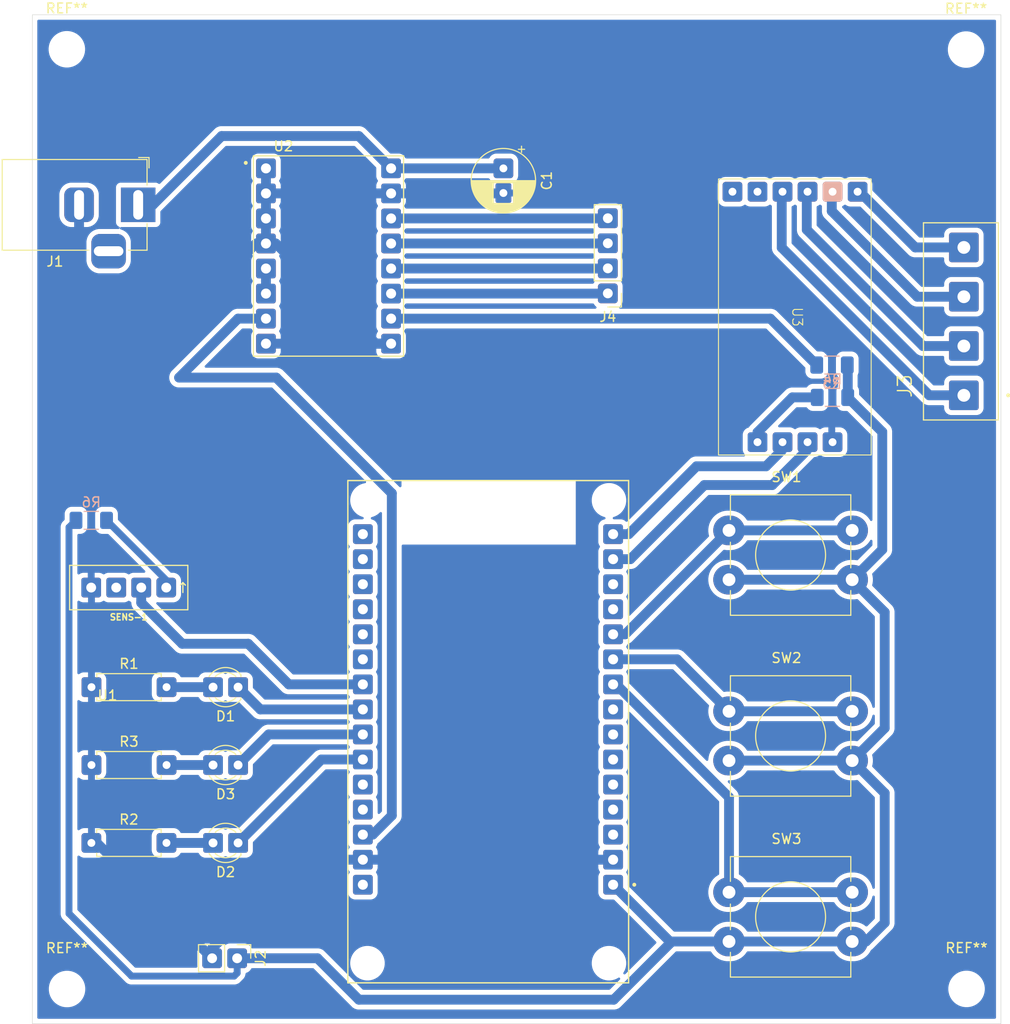
<source format=kicad_pcb>
(kicad_pcb (version 20241229) (generator "pcbnew") (generator_version "9.0")
  (layers (0 "F.Cu" signal) (2 "B.Cu" signal) (13 "F.Paste" user) (15 "B.Paste" user) (5 "F.SilkS" user "F.Silkscreen") (7 "B.SilkS" user "B.Silkscreen") (1 "F.Mask" user) (3 "B.Mask" user) (25 "Edge.Cuts" user))
  (net 0 "")
  (net 1 "/VMOT")
  (net 2 "GND")
  (net 3 "Net-(D1-A)")
  (net 4 "Net-(D2-A)")
  (net 5 "Net-(D3-A)")
  (net 6 "/VDD")
  (net 7 "Net-(U3-E-)")
  (net 8 "Net-(U3-E+)")
  (net 9 "Net-(U3-A-)")
  (net 10 "Net-(U3-A+)")
  (net 11 "/1B")
  (net 12 "/2B")
  (net 13 "/1A")
  (net 14 "/2A")
  (net 15 "/LED1")
  (net 16 "/LED2")
  (net 17 "/LED3")
  (net 18 "Net-(SENS-1-DAT)")
  (net 19 "/ZERO")
  (net 20 "/CAL")
  (net 21 "/MAN")
  (net 22 "/SCK")
  (net 32 "/DT")
  (net 36 "/STEP")
  (net 42 "Net-(U2-~{RESET})")
  (net 45 "Net-(U3-VCC)")
  (net 46 "Net-(U2-VDD)")
  (net 47 "Net-(SENS-1-VCC)")
  (footprint "Button_Switch_THT:SW_PUSH-12mm" (layer "F.Cu") (at 169.1 119)
    (property "Reference" "SW3" (at 5.83 -5.41 0) (layer "F.SilkS"))
    (property "Value" "SW_Push")
    (pad "1" thru_hole oval (at 0 0) (size 3.2 3) (drill 1.3) (layers "*.Cu" "*.Mask") (net 21 "/MAN"))
    (pad "1" thru_hole oval (at 12.5 0) (size 3.2 3) (drill 1.3) (layers "*.Cu" "*.Mask") (net 21 "/MAN"))
    (pad "2" thru_hole oval (at 0 5) (size 3.2 3) (drill 1.3) (layers "*.Cu" "*.Mask") (net 6 "/VDD"))
    (pad "2" thru_hole oval (at 12.5 5) (size 3.2 3) (drill 1.3) (layers "*.Cu" "*.Mask") (net 6 "/VDD"))
  )
  (footprint "MountingHole:MountingHole_3.2mm_M3" (layer "F.Cu") (at 193.16 33.528)
    (property "Reference" "REF**" (at 0 -4.15 0) (layer "F.SilkS"))
    (property "Value" "MountingHole_3.2mm_M3")
    (pad "" np_thru_hole circle (at 0 0) (size 3.2 3.2) (drill 3.2) (layers "*.Cu" "*.Mask"))
  )
  (footprint "LED_THT:LED_D3.0mm" (layer "F.Cu") (at 119.27 106.1 180)
    (property "Reference" "D3" (at 1.27 -2.96 0) (layer "F.SilkS"))
    (property "Value" "LED")
    (pad "1" thru_hole roundrect (at 0 0 180) (size 2 2) (drill 0.9) (layers "*.Cu" "*.Mask") (roundrect_rratio 0.125) (net 17 "/LED3"))
    (pad "2" thru_hole roundrect (at 2.54 0 180) (size 2 2) (drill 0.9) (layers "*.Cu" "*.Mask") (roundrect_rratio 0.1388888889) (net 5 "Net-(D3-A)"))
  )
  (footprint "MountingHole:MountingHole_3.2mm_M3" (layer "F.Cu") (at 101.89 33.5)
    (property "Reference" "REF**" (at 0 -4.15 0) (layer "F.SilkS"))
    (property "Value" "MountingHole_3.2mm_M3")
    (pad "" np_thru_hole circle (at 0 0) (size 3.2 3.2) (drill 3.2) (layers "*.Cu" "*.Mask"))
  )
  (footprint "MountingHole:MountingHole_3.2mm_M3" (layer "F.Cu") (at 101.91 128.82)
    (property "Reference" "REF**" (at 0 -4.15 0) (layer "F.SilkS"))
    (property "Value" "MountingHole_3.2mm_M3")
    (pad "" np_thru_hole circle (at 0 0) (size 3.2 3.2) (drill 3.2) (layers "*.Cu" "*.Mask"))
  )
  (footprint "External:MODULE_ESP32_DEVKIT_V1" (layer "F.Cu") (at 144.635 102.725 180)
    (property "Reference" "U1" (at 38.625 3.69 0) (layer "F.SilkS"))
    (property "Value" "ESP32-DEVKIT-V1")
    (pad "" np_thru_hole circle (at -12.28 -23.475 180) (size 3 3) (drill 3) (layers "*.Cu" "*.Mask"))
    (pad "" np_thru_hole circle (at -12.28 23.475 180) (size 3 3) (drill 3) (layers "*.Cu" "*.Mask"))
    (pad "" np_thru_hole circle (at 12.23 -23.475 180) (size 3 3) (drill 3) (layers "*.Cu" "*.Mask"))
    (pad "" np_thru_hole circle (at 12.23 23.475 180) (size 3 3) (drill 3) (layers "*.Cu" "*.Mask"))
    (pad "1" thru_hole roundrect (at -12.7 -15.515 180) (size 2 2) (drill 1.02) (layers "*.Cu" "*.Mask") (roundrect_rratio 0.125) (net 6 "/VDD"))
    (pad "2" thru_hole roundrect (at -12.7 -12.975 180) (size 2 2) (drill 1.02) (layers "*.Cu" "*.Mask") (roundrect_rratio 0.125) (net 2 "GND"))
    (pad "3" thru_hole roundrect (at -12.7 -10.435 180) (size 2 2) (drill 1.02) (layers "*.Cu" "*.Mask") (roundrect_rratio 0.125))
    (pad "4" thru_hole roundrect (at -12.7 -7.895 180) (size 2 2) (drill 1.02) (layers "*.Cu" "*.Mask") (roundrect_rratio 0.125))
    (pad "5" thru_hole roundrect (at -12.7 -5.355 180) (size 2 2) (drill 1.02) (layers "*.Cu" "*.Mask") (roundrect_rratio 0.125))
    (pad "6" thru_hole roundrect (at -12.7 -2.815 180) (size 2 2) (drill 1.02) (layers "*.Cu" "*.Mask") (roundrect_rratio 0.125))
    (pad "7" thru_hole roundrect (at -12.7 -0.275 180) (size 2 2) (drill 1.02) (layers "*.Cu" "*.Mask") (roundrect_rratio 0.125))
    (pad "8" thru_hole roundrect (at -12.7 2.265 180) (size 2 2) (drill 1.02) (layers "*.Cu" "*.Mask") (roundrect_rratio 0.125))
    (pad "9" thru_hole roundrect (at -12.7 4.805 180) (size 2 2) (drill 1.02) (layers "*.Cu" "*.Mask") (roundrect_rratio 0.125) (net 21 "/MAN"))
    (pad "10" thru_hole roundrect (at -12.7 7.345 180) (size 2 2) (drill 1.02) (layers "*.Cu" "*.Mask") (roundrect_rratio 0.125) (net 20 "/CAL"))
    (pad "11" thru_hole roundrect (at -12.7 9.885 180) (size 2 2) (drill 1.02) (layers "*.Cu" "*.Mask") (roundrect_rratio 0.125) (net 19 "/ZERO"))
    (pad "12" thru_hole roundrect (at -12.7 12.425 180) (size 2 2) (drill 1.02) (layers "*.Cu" "*.Mask") (roundrect_rratio 0.125))
    (pad "13" thru_hole roundrect (at -12.7 14.965 180) (size 2 2) (drill 1.02) (layers "*.Cu" "*.Mask") (roundrect_rratio 0.125))
    (pad "14" thru_hole roundrect (at -12.7 17.505 180) (size 2 2) (drill 1.02) (layers "*.Cu" "*.Mask") (roundrect_rratio 0.125) (net 32 "/DT"))
    (pad "15" thru_hole roundrect (at -12.7 20.045 180) (size 2 2) (drill 1.02) (layers "*.Cu" "*.Mask") (roundrect_rratio 0.125) (net 22 "/SCK"))
    (pad "16" thru_hole roundrect (at 12.7 20.045 180) (size 2 2) (drill 1.02) (layers "*.Cu" "*.Mask") (roundrect_rratio 0.125))
    (pad "17" thru_hole roundrect (at 12.7 17.505 180) (size 2 2) (drill 1.02) (layers "*.Cu" "*.Mask") (roundrect_rratio 0.125))
    (pad "18" thru_hole roundrect (at 12.7 14.965 180) (size 2 2) (drill 1.02) (layers "*.Cu" "*.Mask") (roundrect_rratio 0.125))
    (pad "19" thru_hole roundrect (at 12.7 12.425 180) (size 2 2) (drill 1.02) (layers "*.Cu" "*.Mask") (roundrect_rratio 0.125))
    (pad "20" thru_hole roundrect (at 12.7 9.885 180) (size 2 2) (drill 1.02) (layers "*.Cu" "*.Mask") (roundrect_rratio 0.125))
    (pad "21" thru_hole roundrect (at 12.7 7.345 180) (size 2 2) (drill 1.02) (layers "*.Cu" "*.Mask") (roundrect_rratio 0.125))
    (pad "22" thru_hole roundrect (at 12.7 4.805 180) (size 2 2) (drill 1.02) (layers "*.Cu" "*.Mask") (roundrect_rratio 0.125) (net 18 "Net-(SENS-1-DAT)"))
    (pad "23" thru_hole roundrect (at 12.7 2.265 180) (size 2 2) (drill 1.02) (layers "*.Cu" "*.Mask") (roundrect_rratio 0.125) (net 15 "/LED1"))
    (pad "24" thru_hole roundrect (at 12.7 -0.275 180) (size 2 2) (drill 1.02) (layers "*.Cu" "*.Mask") (roundrect_rratio 0.125) (net 17 "/LED3"))
    (pad "25" thru_hole roundrect (at 12.7 -2.815 180) (size 2 2) (drill 1.02) (layers "*.Cu" "*.Mask") (roundrect_rratio 0.125) (net 16 "/LED2"))
    (pad "26" thru_hole roundrect (at 12.7 -5.355 180) (size 2 2) (drill 1.02) (layers "*.Cu" "*.Mask") (roundrect_rratio 0.125))
    (pad "27" thru_hole roundrect (at 12.7 -7.895 180) (size 2 2) (drill 1.02) (layers "*.Cu" "*.Mask") (roundrect_rratio 0.125))
    (pad "28" thru_hole roundrect (at 12.7 -10.435 180) (size 2 2) (drill 1.02) (layers "*.Cu" "*.Mask") (roundrect_rratio 0.125) (net 36 "/STEP"))
    (pad "29" thru_hole roundrect (at 12.7 -12.975 180) (size 2 2) (drill 1.02) (layers "*.Cu" "*.Mask") (roundrect_rratio 0.125) (net 2 "GND"))
    (pad "30" thru_hole roundrect (at 12.7 -15.515 180) (size 2 2) (drill 1.02) (layers "*.Cu" "*.Mask") (roundrect_rratio 0.125))
    (zone (net 0) (net_name "") (layer "B.Cu") (connect_pads (clearance 0)) (min_thickness 0.01)
      (keepout (tracks not_allowed) (vias not_allowed) (pads not_allowed) (copperpour not_allowed) (footprints allowed))
      (fill (thermal_gap 0.508) (thermal_bridge_width 0.508))
      (polygon (pts (xy 153.545 83.74) (xy 135.855 83.74) (xy 135.855 77.25) (xy 153.545 77.25)))
    )
  )
  (footprint "LED_THT:LED_D3.0mm" (layer "F.Cu") (at 119.27 98.2 180)
    (property "Reference" "D1" (at 1.27 -2.96 0) (layer "F.SilkS"))
    (property "Value" "LED")
    (pad "1" thru_hole roundrect (at 0 0 180) (size 2 2) (drill 0.9) (layers "*.Cu" "*.Mask") (roundrect_rratio 0.125) (net 15 "/LED1"))
    (pad "2" thru_hole roundrect (at 2.54 0 180) (size 2 2) (drill 0.9) (layers "*.Cu" "*.Mask") (roundrect_rratio 0.1388888889) (net 3 "Net-(D1-A)"))
  )
  (footprint "External:SENSOR-DHT11" (layer "F.Cu") (at 108.17 88.1 180)
    (property "Reference" "SENS-1" (at 0 -3 0) (layer "F.SilkS") (effects (font (size 0.629921 0.629921))))
    (property "Value" "~")
    (pad "1" thru_hole roundrect (at -3.81 0 180) (size 2 2) (drill 1) (layers "*.Cu" "*.Mask") (roundrect_rratio 0.1657824934) (net 47 "Net-(SENS-1-VCC)"))
    (pad "2" thru_hole roundrect (at -1.27 0 180) (size 2 2) (drill 1) (layers "*.Cu" "*.Mask") (roundrect_rratio 0.125) (net 18 "Net-(SENS-1-DAT)"))
    (pad "3" thru_hole roundrect (at 1.27 0 180) (size 2 2) (drill 1) (layers "*.Cu" "*.Mask") (roundrect_rratio 0.125))
    (pad "4" thru_hole roundrect (at 3.81 0 180) (size 2 2) (drill 1) (layers "*.Cu" "*.Mask") (roundrect_rratio 0.125) (net 2 "GND"))
  )
  (footprint "Resistor_THT:R_Axial_DIN0207_L6.3mm_D2.5mm_P7.62mm_Horizontal" (layer "F.Cu") (at 104.39 98.2)
    (property "Reference" "R1" (at 3.81 -2.37 0) (layer "F.SilkS"))
    (property "Value" "R")
    (pad "1" thru_hole roundrect (at 0 0) (size 2 2) (drill 0.8) (layers "*.Cu" "*.Mask") (roundrect_rratio 0.125) (net 2 "GND"))
    (pad "2" thru_hole roundrect (at 7.62 0) (size 2 2) (drill 0.8) (layers "*.Cu" "*.Mask") (roundrect_rratio 0.15625) (net 3 "Net-(D1-A)"))
  )
  (footprint "External:A4988_MODULE" (layer "F.Cu") (at 128.45 54.47)
    (property "Reference" "U2" (at -4.575 -11.135 0) (layer "F.SilkS"))
    (property "Value" "A4988_MODULE")
    (pad "1" thru_hole roundrect (at -6.35 -8.89) (size 2 2) (drill 1.02) (layers "*.Cu" "*.Mask") (roundrect_rratio 0.125) (net 2 "GND"))
    (pad "2" thru_hole roundrect (at -6.35 -6.35) (size 2 2) (drill 1.02) (layers "*.Cu" "*.Mask") (roundrect_rratio 0.125) (net 2 "GND"))
    (pad "3" thru_hole roundrect (at -6.35 -3.81) (size 2 2) (drill 1.02) (layers "*.Cu" "*.Mask") (roundrect_rratio 0.125) (net 2 "GND"))
    (pad "4" thru_hole roundrect (at -6.35 -1.27) (size 2 2) (drill 1.02) (layers "*.Cu" "*.Mask") (roundrect_rratio 0.125) (net 2 "GND"))
    (pad "5" thru_hole roundrect (at -6.35 1.27) (size 2 2) (drill 1.02) (layers "*.Cu" "*.Mask") (roundrect_rratio 0.125) (net 42 "Net-(U2-~{RESET})"))
    (pad "6" thru_hole roundrect (at -6.35 3.81) (size 2 2) (drill 1.02) (layers "*.Cu" "*.Mask") (roundrect_rratio 0.125) (net 42 "Net-(U2-~{RESET})"))
    (pad "7" thru_hole roundrect (at -6.35 6.35) (size 2 2) (drill 1.02) (layers "*.Cu" "*.Mask") (roundrect_rratio 0.125) (net 36 "/STEP"))
    (pad "8" thru_hole roundrect (at -6.35 8.89) (size 2 2) (drill 1.02) (layers "*.Cu" "*.Mask") (roundrect_rratio 0.125) (net 2 "GND"))
    (pad "9" thru_hole roundrect (at 6.35 8.89) (size 2 2) (drill 1.02) (layers "*.Cu" "*.Mask") (roundrect_rratio 0.125) (net 2 "GND"))
    (pad "10" thru_hole roundrect (at 6.35 6.35) (size 2 2) (drill 1.02) (layers "*.Cu" "*.Mask") (roundrect_rratio 0.125) (net 46 "Net-(U2-VDD)"))
    (pad "11" thru_hole roundrect (at 6.35 3.81) (size 2 2) (drill 1.02) (layers "*.Cu" "*.Mask") (roundrect_rratio 0.125) (net 11 "/1B"))
    (pad "12" thru_hole roundrect (at 6.35 1.27) (size 2 2) (drill 1.02) (layers "*.Cu" "*.Mask") (roundrect_rratio 0.125) (net 13 "/1A"))
    (pad "13" thru_hole roundrect (at 6.35 -1.27) (size 2 2) (drill 1.02) (layers "*.Cu" "*.Mask") (roundrect_rratio 0.125) (net 14 "/2A"))
    (pad "14" thru_hole roundrect (at 6.35 -3.81) (size 2 2) (drill 1.02) (layers "*.Cu" "*.Mask") (roundrect_rratio 0.125) (net 12 "/2B"))
    (pad "15" thru_hole roundrect (at 6.35 -6.35) (size 2 2) (drill 1.02) (layers "*.Cu" "*.Mask") (roundrect_rratio 0.125) (net 2 "GND"))
    (pad "16" thru_hole roundrect (at 6.35 -8.89) (size 2 2) (drill 1.02) (layers "*.Cu" "*.Mask") (roundrect_rratio 0.125) (net 1 "/VMOT"))
  )
  (footprint "Connector_BarrelJack:BarrelJack_Horizontal" (layer "F.Cu") (at 109.13 49.28)
    (property "Reference" "J1" (at -8.45 5.75 0) (layer "F.SilkS"))
    (property "Value" "Jack-DC-12V")
    (pad "1" thru_hole rect (at 0 0) (size 3.5 3.5) (drill oval 1 3) (layers "*.Cu" "*.Mask") (net 1 "/VMOT"))
    (pad "2" thru_hole roundrect (at -6 0) (size 3 3.5) (drill oval 1 3) (layers "*.Cu" "*.Mask") (net 2 "GND"))
    (pad "3" thru_hole roundrect (at -3 4.7) (size 3.5 3.5) (drill oval 3 1) (layers "*.Cu" "*.Mask"))
  )
  (footprint "LED_THT:LED_D3.0mm" (layer "F.Cu") (at 119.27 114 180)
    (property "Reference" "D2" (at 1.27 -2.96 0) (layer "F.SilkS"))
    (property "Value" "LED")
    (pad "1" thru_hole roundrect (at 0 0 180) (size 2 2) (drill 0.9) (layers "*.Cu" "*.Mask" "Dwgs.User") (roundrect_rratio 0.125) (net 16 "/LED2"))
    (pad "2" thru_hole roundrect (at 2.54 0 180) (size 2 2) (drill 0.9) (layers "*.Cu" "*.Mask") (roundrect_rratio 0.125) (net 4 "Net-(D2-A)"))
  )
  (footprint "Connector_PinHeader_2.54mm:PinHeader_1x02_P2.54mm_Vertical" (layer "F.Cu") (at 119.175 125.7 -90)
    (property "Reference" "J2" (at 0 -2.38 90) (layer "F.SilkS"))
    (property "Value" "3.3V-DC")
    (pad "1" thru_hole roundrect (at 0 0 270) (size 2 2) (drill 1) (layers "*.Cu" "*.Mask") (roundrect_rratio 0.1470588235) (net 6 "/VDD"))
    (pad "2" thru_hole roundrect (at 0 2.54 270) (size 2 2) (drill 1) (layers "*.Cu" "*.Mask") (roundrect_rratio 0.1470588235) (net 2 "GND"))
  )
  (footprint "Resistor_THT:R_Axial_DIN0207_L6.3mm_D2.5mm_P7.62mm_Horizontal" (layer "F.Cu") (at 104.38 114)
    (property "Reference" "R2" (at 3.81 -2.37 0) (layer "F.SilkS"))
    (property "Value" "R")
    (pad "1" thru_hole roundrect (at 0 0) (size 2 2) (drill 0.8) (layers "*.Cu" "*.Mask") (roundrect_rratio 0.15625) (net 2 "GND"))
    (pad "2" thru_hole roundrect (at 7.62 0) (size 2 2) (drill 0.8) (layers "*.Cu" "*.Mask") (roundrect_rratio 0.15625) (net 4 "Net-(D2-A)"))
  )
  (footprint "Button_Switch_THT:SW_PUSH-12mm" (layer "F.Cu") (at 169.1 100.65)
    (property "Reference" "SW2" (at 5.83 -5.41 0) (layer "F.SilkS"))
    (property "Value" "SW_Push")
    (pad "1" thru_hole oval (at 0 0) (size 3.2 3) (drill 1.3) (layers "*.Cu" "*.Mask") (net 20 "/CAL"))
    (pad "1" thru_hole oval (at 12.5 0) (size 3.2 3) (drill 1.3) (layers "*.Cu" "*.Mask") (net 20 "/CAL"))
    (pad "2" thru_hole oval (at 0 5) (size 3.2 3) (drill 1.3) (layers "*.Cu" "*.Mask") (net 6 "/VDD"))
    (pad "2" thru_hole oval (at 12.5 5) (size 3.2 3) (drill 1.3) (layers "*.Cu" "*.Mask") (net 6 "/VDD"))
  )
  (footprint "External:HX711-MODULE" (layer "F.Cu") (at 174.53 60.65 -90)
    (property "Reference" "U3" (at 0 -1.5 270) (layer "F.SilkS") (effects (font (thickness 0.1))))
    (property "Value" "~")
    (pad "1" thru_hole roundrect (at -12.7 -7.62 270) (size 2 2) (drill 0.8) (layers "*.Cu" "*.Mask") (roundrect_rratio 0.15) (net 8 "Net-(U3-E+)"))
    (pad "2" thru_hole roundrect (at -12.7 -5.08 270) (size 2 2) (drill 0.8) (layers "*.Cu" "*.Mask" "B.SilkS") (roundrect_rratio 0.15) (net 7 "Net-(U3-E-)"))
    (pad "3" thru_hole roundrect (at -12.7 -2.54 270) (size 2 2) (drill 0.8) (layers "*.Cu" "*.Mask") (roundrect_rratio 0.15) (net 9 "Net-(U3-A-)"))
    (pad "4" thru_hole roundrect (at -12.7 0 270) (size 2 2) (drill 0.8) (layers "*.Cu" "*.Mask") (roundrect_rratio 0.15) (net 10 "Net-(U3-A+)"))
    (pad "5" thru_hole roundrect (at -12.7 2.54 270) (size 2 2) (drill 0.8) (layers "*.Cu" "*.Mask") (roundrect_rratio 0.15))
    (pad "6" thru_hole roundrect (at -12.7 5.08 270) (size 2 2) (drill 0.8) (layers "*.Cu" "*.Mask") (roundrect_rratio 0.15))
    (pad "7" thru_hole roundrect (at 12.7 -5.08 270) (size 2 2) (drill 0.8) (layers "*.Cu" "*.Mask") (roundrect_rratio 0.15) (net 2 "GND"))
    (pad "8" thru_hole roundrect (at 12.7 -2.54 270) (size 2 2) (drill 0.8) (layers "*.Cu" "*.Mask") (roundrect_rratio 0.15) (net 32 "/DT"))
    (pad "9" thru_hole roundrect (at 12.7 0 270) (size 2 2) (drill 0.8) (layers "*.Cu" "*.Mask") (roundrect_rratio 0.15) (net 22 "/SCK"))
    (pad "10" thru_hole roundrect (at 12.7 2.54 270) (size 2 2) (drill 0.8) (layers "*.Cu" "*.Mask") (roundrect_rratio 0.15) (net 45 "Net-(U3-VCC)"))
  )
  (footprint "Resistor_THT:R_Axial_DIN0207_L6.3mm_D2.5mm_P7.62mm_Horizontal" (layer "F.Cu") (at 104.39 106.1)
    (property "Reference" "R3" (at 3.81 -2.37 0) (layer "F.SilkS"))
    (property "Value" "R")
    (pad "1" thru_hole roundrect (at 0 0) (size 2 2) (drill 0.8) (layers "*.Cu" "*.Mask") (roundrect_rratio 0.15625) (net 2 "GND"))
    (pad "2" thru_hole roundrect (at 7.62 0) (size 2 2) (drill 0.8) (layers "*.Cu" "*.Mask") (roundrect_rratio 0.15625) (net 5 "Net-(D3-A)"))
  )
  (footprint "External:Termial_Block_04" (layer "F.Cu") (at 192.9375 68.6 90)
    (property "Reference" "J3" (at 0.945 -5.989 90) (layer "F.SilkS") (effects (font (size 1.4 1.4))))
    (property "Value" "Terminal Block")
    (pad "1" thru_hole roundrect (at 0 0 90) (size 3 3) (drill 1.3) (layers "*.Cu" "F.Mask") (roundrect_rratio 0.08333333333) (net 10 "Net-(U3-A+)"))
    (pad "2" thru_hole roundrect (at 5 0 90) (size 3 3) (drill 1.3) (layers "*.Cu" "*.Mask") (roundrect_rratio 0.08333333333) (net 9 "Net-(U3-A-)"))
    (pad "3" thru_hole roundrect (at 10 0 90) (size 3 3) (drill 1.3) (layers "*.Cu" "*.Mask") (roundrect_rratio 0.08333333333) (net 7 "Net-(U3-E-)"))
    (pad "4" thru_hole roundrect (at 15 0 90) (size 3 3) (drill 1.3) (layers "*.Cu" "*.Mask") (roundrect_rratio 0.08333333333) (net 8 "Net-(U3-E+)"))
  )
  (footprint "Button_Switch_THT:SW_PUSH-12mm" (layer "F.Cu") (at 169.1 82.3)
    (property "Reference" "SW1" (at 5.83 -5.41 0) (layer "F.SilkS"))
    (property "Value" "SW_Push")
    (pad "1" thru_hole oval (at 0 0) (size 3.2 3) (drill 1.3) (layers "*.Cu" "*.Mask") (net 19 "/ZERO"))
    (pad "1" thru_hole oval (at 12.5 0) (size 3.2 3) (drill 1.3) (layers "*.Cu" "*.Mask") (net 19 "/ZERO"))
    (pad "2" thru_hole oval (at 0 5) (size 3.2 3) (drill 1.3) (layers "*.Cu" "*.Mask") (net 6 "/VDD"))
    (pad "2" thru_hole oval (at 12.5 5) (size 3.2 3) (drill 1.3) (layers "*.Cu" "*.Mask") (net 6 "/VDD"))
  )
  (footprint "Capacitor_THT:CP_Radial_D6.3mm_P2.50mm" (layer "F.Cu") (at 146.2 45.58 -90)
    (property "Reference" "C1" (at 1.25 -4.4 90) (layer "F.SilkS"))
    (property "Value" "C_Polarized")
    (pad "1" thru_hole roundrect (at 0 0 270) (size 2 2) (drill 0.8) (layers "*.Cu" "*.Mask") (roundrect_rratio 0.15625) (net 1 "/VMOT"))
    (pad "2" thru_hole roundrect (at 2.5 0 270) (size 2 1.6) (drill 0.8) (layers "*.Cu" "*.Mask") (roundrect_rratio 0.125) (net 2 "GND"))
  )
  (footprint "MountingHole:MountingHole_3.2mm_M3" (layer "F.Cu") (at 193.21 128.81)
    (property "Reference" "REF**" (at 0 -4.15 0) (layer "F.SilkS"))
    (property "Value" "MountingHole_3.2mm_M3")
    (pad "" np_thru_hole circle (at 0 0) (size 3.2 3.2) (drill 3.2) (layers "*.Cu" "*.Mask"))
  )
  (footprint "Connector_PinHeader_2.54mm:PinHeader_1x04_P2.54mm_Vertical" (layer "F.Cu") (at 156.8 58.26 180)
    (property "Reference" "J4" (at 0 -2.38 0) (layer "F.SilkS"))
    (property "Value" "STEP MOTOR")
    (pad "1" thru_hole roundrect (at 0 0 180) (size 2 2) (drill 1) (layers "*.Cu" "*.Mask") (roundrect_rratio 0.1470588235) (net 11 "/1B"))
    (pad "2" thru_hole roundrect (at 0 2.54 180) (size 2 2) (drill 1) (layers "*.Cu" "*.Mask") (roundrect_rratio 0.125) (net 13 "/1A"))
    (pad "3" thru_hole roundrect (at 0 5.08 180) (size 2 2) (drill 1) (layers "*.Cu" "*.Mask" "Dwgs.User") (roundrect_rratio 0.125) (net 14 "/2A"))
    (pad "4" thru_hole roundrect (at 0 7.62 180) (size 2 2) (drill 1) (layers "*.Cu" "*.Mask" "F.Paste") (roundrect_rratio 0.125) (net 12 "/2B"))
  )
  (footprint "Resistor_SMD:R_1206_3216Metric_Pad1.30x1.75mm_HandSolder" (layer "B.Cu") (at 104.368 81.28 180)
    (property "Reference" "R6" (at 0 1.83 0) (layer "B.SilkS") (effects (justify mirror)))
    (property "Value" "R")
    (pad "1" smd roundrect (at -1.55 0 180) (size 1.3 1.75) (layers "B.Cu" "B.Mask" "B.Paste") (roundrect_rratio 0.192308) (net 47 "Net-(SENS-1-VCC)"))
    (pad "2" smd roundrect (at 1.55 0 180) (size 1.3 1.75) (layers "B.Cu" "B.Mask" "B.Paste") (roundrect_rratio 0.192308) (net 6 "/VDD"))
  )
  (footprint "Resistor_SMD:R_1206_3216Metric_Pad1.30x1.75mm_HandSolder" (layer "B.Cu") (at 179.6 68.81 180)
    (property "Reference" "R4" (at 0 1.83 0) (layer "B.SilkS") (effects (justify mirror)))
    (property "Value" "R")
    (pad "1" smd roundrect (at -1.55 0 180) (size 1.3 1.75) (layers "B.Cu" "B.Mask" "B.Paste") (roundrect_rratio 0.192308) (net 6 "/VDD"))
    (pad "2" smd roundrect (at 1.55 0 180) (size 1.3 1.75) (layers "B.Cu" "B.Mask" "B.Paste") (roundrect_rratio 0.192308) (net 45 "Net-(U3-VCC)"))
  )
  (footprint "Resistor_SMD:R_1206_3216Metric_Pad1.30x1.75mm_HandSolder" (layer "B.Cu") (at 179.552 65.532)
    (property "Reference" "R5" (at 0 1.83 0) (layer "B.SilkS") (effects (justify mirror)))
    (property "Value" "R")
    (pad "1" smd roundrect (at -1.55 0) (size 1.3 1.75) (layers "B.Cu" "B.Mask" "B.Paste") (roundrect_rratio 0.192308) (net 46 "Net-(U2-VDD)"))
    (pad "2" smd roundrect (at 1.55 0) (size 1.3 1.75) (layers "B.Cu" "B.Mask" "B.Paste") (roundrect_rratio 0.192308) (net 6 "/VDD"))
  )
  (gr_rect (start 98.39 30) (end 196.698 132.34) (stroke (width 0.05)) (fill no) (layer "Edge.Cuts"))
  (segment (start 109.13 49.28) (end 110.62 49.28) (width 1) (layer "B.Cu") (net 1))
  (segment (start 131.52 42.3) (end 134.8 45.58) (width 1) (layer "B.Cu") (net 1))
  (segment (start 146.2 45.58) (end 134.8 45.58) (width 1) (layer "B.Cu") (net 1))
  (segment (start 117.6 42.3) (end 131.52 42.3) (width 1) (layer "B.Cu") (net 1))
  (segment (start 110.62 49.28) (end 117.6 42.3) (width 1) (layer "B.Cu") (net 1))
  (segment (start 104.39 106.1) (end 104.39 113.99) (width 0.7) (layer "B.Cu") (net 2))
  (segment (start 104.935 114) (end 116.635 125.7) (width 1) (layer "B.Cu") (net 2))
  (segment (start 134.8 48.12) (end 146.16 48.12) (width 1) (layer "B.Cu") (net 2))
  (segment (start 116.78 57.52) (end 121.1 53.2) (width 1) (layer "B.Cu") (net 2))
  (segment (start 104.36 88.1) (end 104.36 63.8) (width 0.7) (layer "B.Cu") (net 2))
  (segment (start 122.1 50.66) (end 122.1 53.2) (width 1) (layer "B.Cu") (net 2))
  (segment (start 122.1 53.2) (end 123.1 53.2) (width 1) (layer "B.Cu") (net 2))
  (segment (start 131.935 115.7) (end 125.635001 115.7) (width 1) (layer "B.Cu") (net 2))
  (segment (start 122.1 50.66) (end 122.1 48.12) (width 1) (layer "B.Cu") (net 2))
  (segment (start 104.39 113.99) (end 104.38 114) (width 1) (layer "B.Cu") (net 2))
  (segment (start 125.635001 115.7) (end 116.635 124.700001) (width 1) (layer "B.Cu") (net 2))
  (segment (start 157.335 115.7) (end 131.935 115.7) (width 1) (layer "B.Cu") (net 2))
  (segment (start 134.8 63.36) (end 122.1 63.36) (width 1) (layer "B.Cu") (net 2))
  (segment (start 123.1 53.2) (end 133.26 63.36) (width 1) (layer "B.Cu") (net 2))
  (segment (start 179.53 64.53) (end 179.53 73.2) (width 0.7) (layer "B.Cu") (net 2))
  (segment (start 122.1 45.58) (end 122.1 48.12) (width 1) (layer "B.Cu") (net 2))
  (segment (start 104.39 106.1) (end 104.39 98.2) (width 0.7) (layer "B.Cu") (net 2))
  (segment (start 104.69 57.52) (end 116.78 57.52) (width 1) (layer "B.Cu") (net 2))
  (segment (start 163.08 48.08) (end 179.53 64.53) (width 0.7) (layer "B.Cu") (net 2))
  (segment (start 134.8 48.12) (end 122.1 48.12) (width 1) (layer "B.Cu") (net 2))
  (segment (start 146.16 48.12) (end 146.2 48.08) (width 1) (layer "B.Cu") (net 2))
  (segment (start 103.13 54.753966) (end 103.13 49.28) (width 0.7) (layer "B.Cu") (net 2))
  (segment (start 121.1 53.2) (end 122.1 53.2) (width 1) (layer "B.Cu") (net 2))
  (segment (start 103.13 55.96) (end 104.69 57.52) (width 1) (layer "B.Cu") (net 2))
  (segment (start 103.11 54.773966) (end 103.13 54.753966) (width 0.7) (layer "B.Cu") (net 2))
  (segment (start 103.13 49.28) (end 103.13 55.96) (width 1) (layer "B.Cu") (net 2))
  (segment (start 104.38 106.11) (end 104.39 106.1) (width 1) (layer "B.Cu") (net 2))
  (segment (start 104.39 88.13) (end 104.36 88.1) (width 0.7) (layer "B.Cu") (net 2))
  (segment (start 104.39 98.2) (end 104.39 88.13) (width 0.7) (layer "B.Cu") (net 2))
  (segment (start 116.635 124.700001) (end 116.635 125.7) (width 1) (layer "B.Cu") (net 2))
  (segment (start 103.11 62.55) (end 103.11 54.773966) (width 0.7) (layer "B.Cu") (net 2))
  (segment (start 133.26 63.36) (end 134.8 63.36) (width 1) (layer "B.Cu") (net 2))
  (segment (start 146.2 48.08) (end 163.08 48.08) (width 0.7) (layer "B.Cu") (net 2))
  (segment (start 104.38 114) (end 104.935 114) (width 1) (layer "B.Cu") (net 2))
  (segment (start 104.36 63.8) (end 103.11 62.55) (width 0.7) (layer "B.Cu") (net 2))
  (segment (start 116.73 98.2) (end 112.01 98.2) (width 1) (layer "B.Cu") (net 3))
  (segment (start 116.73 114) (end 112 114) (width 1) (layer "B.Cu") (net 4))
  (segment (start 116.73 106.1) (end 112.01 106.1) (width 1) (layer "B.Cu") (net 5))
  (segment (start 184.9 102.35) (end 184.9 90.6) (width 1) (layer "B.Cu") (net 6))
  (segment (start 157.335 118.24) (end 157.023156 118.24) (width 1) (layer "B.Cu") (net 6))
  (segment (start 119.175 127.205) (end 119.175 125.7) (width 0.7) (layer "B.Cu") (net 6))
  (segment (start 169.1 124) (end 163.095 124) (width 1) (layer "B.Cu") (net 6))
  (segment (start 163.095 124) (end 157.335 118.24) (width 1) (layer "B.Cu") (net 6))
  (segment (start 184.658 84.242) (end 181.6 87.3) (width 1) (layer "B.Cu") (net 6))
  (segment (start 181.6 124) (end 183 124) (width 1) (layer "B.Cu") (net 6))
  (segment (start 181.15 68.81) (end 184.658 72.318) (width 1) (layer "B.Cu") (net 6))
  (segment (start 184.9 90.6) (end 181.6 87.3) (width 1) (layer "B.Cu") (net 6))
  (segment (start 102.108 81.99) (end 102.108 121.158) (width 0.7) (layer "B.Cu") (net 6))
  (segment (start 181.15 68.81) (end 181.15 65.58) (width 1) (layer "B.Cu") (net 6))
  (segment (start 184.658 72.318) (end 184.658 84.242) (width 1) (layer "B.Cu") (net 6))
  (segment (start 157.4 129.9) (end 163.095 124.205) (width 1) (layer "B.Cu") (net 6))
  (segment (start 119.175 125.7) (end 127.326844 125.7) (width 1) (layer "B.Cu") (net 6))
  (segment (start 108.458 127.508) (end 118.872 127.508) (width 0.7) (layer "B.Cu") (net 6))
  (segment (start 181.6 105.65) (end 169.1 105.65) (width 1) (layer "B.Cu") (net 6))
  (segment (start 102.818 81.28) (end 102.108 81.99) (width 0.7) (layer "B.Cu") (net 6))
  (segment (start 127.326844 125.7) (end 131.526844 129.9) (width 1) (layer "B.Cu") (net 6))
  (segment (start 131.526844 129.9) (end 157.4 129.9) (width 1) (layer "B.Cu") (net 6))
  (segment (start 169.1 124) (end 181.6 124) (width 1) (layer "B.Cu") (net 6))
  (segment (start 183 124) (end 184.9 122.1) (width 1) (layer "B.Cu") (net 6))
  (segment (start 118.872 127.508) (end 119.175 127.205) (width 0.7) (layer "B.Cu") (net 6))
  (segment (start 184.9 108.95) (end 181.6 105.65) (width 1) (layer "B.Cu") (net 6))
  (segment (start 181.6 105.65) (end 184.9 102.35) (width 1) (layer "B.Cu") (net 6))
  (segment (start 181.15 65.58) (end 181.102 65.532) (width 1) (layer "B.Cu") (net 6))
  (segment (start 102.108 121.158) (end 108.458 127.508) (width 0.7) (layer "B.Cu") (net 6))
  (segment (start 184.9 122.1) (end 184.9 108.95) (width 1) (layer "B.Cu") (net 6))
  (segment (start 163.095 124.205) (end 163.095 124) (width 1) (layer "B.Cu") (net 6))
  (segment (start 181.6 87.3) (end 169.1 87.3) (width 1) (layer "B.Cu") (net 6))
  (segment (start 188.21 58.6) (end 192.9375 58.6) (width 1) (layer "B.Cu") (net 7))
  (segment (start 179.53 49.92) (end 188.21 58.6) (width 1) (layer "B.Cu") (net 7))
  (segment (start 179.53 47.8) (end 179.53 49.92) (width 1) (layer "B.Cu") (net 7))
  (segment (start 188 53.6) (end 192.9375 53.6) (width 1) (layer "B.Cu") (net 8))
  (segment (start 182.07 47.8) (end 182.2 47.8) (width 1) (layer "B.Cu") (net 8))
  (segment (start 182.2 47.8) (end 188 53.6) (width 1) (layer "B.Cu") (net 8))
  (segment (start 176.99 47.8) (end 176.99 51.8) (width 1) (layer "B.Cu") (net 9))
  (segment (start 188.79 63.6) (end 192.9375 63.6) (width 1) (layer "B.Cu") (net 9))
  (segment (start 176.99 51.8) (end 188.79 63.6) (width 1) (layer "B.Cu") (net 9))
  (segment (start 189.43 68.6) (end 192.9375 68.6) (width 1) (layer "B.Cu") (net 10))
  (segment (start 174.45 47.8) (end 174.45 53.62) (width 1) (layer "B.Cu") (net 10))
  (segment (start 174.45 53.62) (end 189.43 68.6) (width 1) (layer "B.Cu") (net 10))
  (segment (start 156.78 58.28) (end 156.8 58.26) (width 1) (layer "B.Cu") (net 11))
  (segment (start 134.8 58.28) (end 156.78 58.28) (width 1) (layer "B.Cu") (net 11))
  (segment (start 134.8 50.66) (end 156.78 50.66) (width 1) (layer "B.Cu") (net 12))
  (segment (start 156.78 50.66) (end 156.8 50.64) (width 1) (layer "B.Cu") (net 12))
  (segment (start 134.8 55.74) (end 156.78 55.74) (width 1) (layer "B.Cu") (net 13))
  (segment (start 156.78 55.74) (end 156.8 55.72) (width 1) (layer "B.Cu") (net 13))
  (segment (start 134.8 53.2) (end 156.78 53.2) (width 1) (layer "B.Cu") (net 14))
  (segment (start 156.78 53.2) (end 156.8 53.18) (width 1) (layer "B.Cu") (net 14))
  (segment (start 119.27 98.2) (end 121.53 100.46) (width 1) (layer "B.Cu") (net 15))
  (segment (start 121.53 100.46) (end 131.935 100.46) (width 1) (layer "B.Cu") (net 15))
  (segment (start 119.27 114) (end 127.73 105.54) (width 1) (layer "B.Cu") (net 16))
  (segment (start 127.73 105.54) (end 131.935 105.54) (width 1) (layer "B.Cu") (net 16))
  (segment (start 122.37 103) (end 131.935 103) (width 1) (layer "B.Cu") (net 17))
  (segment (start 119.27 106.1) (end 122.37 103) (width 1) (layer "B.Cu") (net 17))
  (segment (start 124.42 97.92) (end 131.935 97.92) (width 1) (layer "B.Cu") (net 18))
  (segment (start 120.3 93.8) (end 124.42 97.92) (width 1) (layer "B.Cu") (net 18))
  (segment (start 109.44 88.1) (end 109.44 89.64) (width 1) (layer "B.Cu") (net 18))
  (segment (start 113.6 93.8) (end 120.3 93.8) (width 1) (layer "B.Cu") (net 18))
  (segment (start 109.44 89.64) (end 113.6 93.8) (width 1) (layer "B.Cu") (net 18))
  (segment (start 158.56 92.84) (end 157.335 92.84) (width 1) (layer "B.Cu") (net 19))
  (segment (start 169.1 82.3) (end 158.56 92.84) (width 1) (layer "B.Cu") (net 19))
  (segment (start 181.6 82.3) (end 169.1 82.3) (width 1) (layer "B.Cu") (net 19))
  (segment (start 163.83 95.38) (end 157.335 95.38) (width 1) (layer "B.Cu") (net 20))
  (segment (start 181.6 100.65) (end 169.1 100.65) (width 1) (layer "B.Cu") (net 20))
  (segment (start 169.1 100.65) (end 163.83 95.38) (width 1) (layer "B.Cu") (net 20))
  (segment (start 169.1 119) (end 181.6 119) (width 1) (layer "B.Cu") (net 21))
  (segment (start 169.1 119) (end 169.1 109.373156) (width 1) (layer "B.Cu") (net 21))
  (segment (start 169.1 109.373156) (end 157.646844 97.92) (width 1) (layer "B.Cu") (net 21))
  (segment (start 157.646844 97.92) (end 157.335 97.92) (width 1) (layer "B.Cu") (net 21))
  (segment (start 172.849999 75.8) (end 174.45 74.199999) (width 1) (layer "B.Cu") (net 22))
  (segment (start 157.335 82.68) (end 158.92 82.68) (width 1) (layer "B.Cu") (net 22))
  (segment (start 174.45 74.199999) (end 174.45 73.2) (width 1) (layer "B.Cu") (net 22))
  (segment (start 158.92 82.68) (end 165.8 75.8) (width 1) (layer "B.Cu") (net 22))
  (segment (start 165.8 75.8) (end 172.849999 75.8) (width 1) (layer "B.Cu") (net 22))
  (segment (start 173.489999 77.7) (end 176.99 74.199999) (width 1) (layer "B.Cu") (net 32))
  (segment (start 166.6 77.7) (end 173.489999 77.7) (width 1) (layer "B.Cu") (net 32))
  (segment (start 157.335 85.22) (end 159.08 85.22) (width 1) (layer "B.Cu") (net 32))
  (segment (start 176.99 74.199999) (end 176.99 73.2) (width 1) (layer "B.Cu") (net 32))
  (segment (start 159.08 85.22) (end 166.6 77.7) (width 1) (layer "B.Cu") (net 32))
  (segment (start 123.140395 66.802) (end 134.874 78.535605) (width 1) (layer "B.Cu") (net 36))
  (segment (start 119.266 60.82) (end 113.284 66.802) (width 1) (layer "B.Cu") (net 36))
  (segment (start 134.874 111.221) (end 132.935 113.16) (width 1) (layer "B.Cu") (net 36))
  (segment (start 132.935 113.16) (end 131.935 113.16) (width 1) (layer "B.Cu") (net 36))
  (segment (start 134.874 78.535605) (end 134.874 111.221) (width 1) (layer "B.Cu") (net 36))
  (segment (start 122.1 60.82) (end 119.266 60.82) (width 1) (layer "B.Cu") (net 36))
  (segment (start 113.284 66.802) (end 123.140395 66.802) (width 1) (layer "B.Cu") (net 36))
  (segment (start 122.1 55.74) (end 122.1 58.28) (width 1) (layer "B.Cu") (net 42))
  (segment (start 175.530001 68.81) (end 171.99 72.350001) (width 1) (layer "B.Cu") (net 45))
  (segment (start 171.99 72.350001) (end 171.99 73.35) (width 1) (layer "B.Cu") (net 45))
  (segment (start 178.05 68.81) (end 175.530001 68.81) (width 1) (layer "B.Cu") (net 45))
  (segment (start 173.29 60.82) (end 134.8 60.82) (width 1) (layer "B.Cu") (net 46))
  (segment (start 178.002 65.532) (end 173.29 60.82) (width 1) (layer "B.Cu") (net 46))
  (segment (start 111.98 87.342) (end 111.98 88.1) (width 0.7) (layer "B.Cu") (net 47))
  (segment (start 105.918 81.28) (end 111.98 87.342) (width 0.7) (layer "B.Cu") (net 47))
  (zone (net 2) (net_name "GND") (layer "B.Cu") (connect_pads no (clearance 0.5)) (min_thickness 0.25) (fill yes (thermal_gap 0.5) (thermal_bridge_width 0.5) (island_removal_mode 1) (island_area_min 10))
    (polygon (pts (xy 98.89 30.33) (xy 98.8 131.97) (xy 196.55 132.21) (xy 196.39 30.33)))
  )
)
</source>
